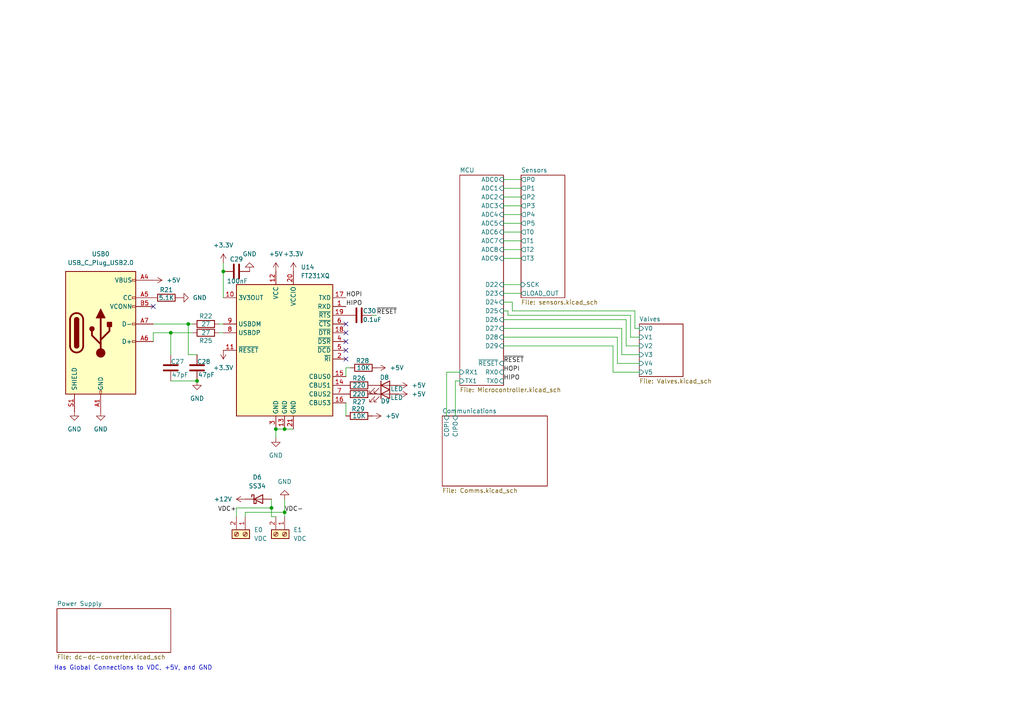
<source format=kicad_sch>
(kicad_sch (version 20250114) (generator "eeschema") (generator_version "9.0")
  (paper "A4")
  (lib_symbols
    (symbol "Connector:Screw_Terminal_01x02" (pin_names (offset 1.016) (hide yes))
      (property "Reference" "J" (at 0 2.54 0))
      (property "Value" "Screw_Terminal_01x02" (at 0 -5.08 0))
      (symbol "Screw_Terminal_01x02_1_1"
        (rectangle (start -1.27 1.27) (end 1.27 -3.81) (stroke (width 0.254)) (fill (type background)))
        (polyline (pts (xy -0.5334 0.3302) (xy 0.3302 -0.508)) (stroke (width 0.1524)))
        (polyline (pts (xy -0.5334 -2.2098) (xy 0.3302 -3.048)) (stroke (width 0.1524)))
        (polyline (pts (xy -0.3556 0.508) (xy 0.508 -0.3302)) (stroke (width 0.1524)))
        (polyline (pts (xy -0.3556 -2.032) (xy 0.508 -2.8702)) (stroke (width 0.1524)))
        (circle (center 0 0) (radius 0.635) (stroke (width 0.1524)))
        (circle (center 0 -2.54) (radius 0.635) (stroke (width 0.1524)))
        (pin passive line (at -5.08 0 0) (length 3.81) (name "Pin_1") (number "1"))
        (pin passive line (at -5.08 -2.54 0) (length 3.81) (name "Pin_2") (number "2"))
      )
    )
    (symbol "Connector:USB_C_Plug_USB2.0" (pin_names (offset 1.016))
      (property "Reference" "P" (at -10.16 19.05 0))
      (property "Value" "USB_C_Plug_USB2.0" (at 12.7 19.05 0))
      (symbol "USB_C_Plug_USB2.0_0_0"
        (rectangle (start -0.254 -17.78) (end 0.254 -16.764))
        (rectangle (start 10.16 15.494) (end 9.144 14.986))
        (rectangle (start 10.16 10.414) (end 9.144 9.906))
        (rectangle (start 10.16 7.874) (end 9.144 7.366))
        (rectangle (start 10.16 2.794) (end 9.144 2.286))
        (rectangle (start 10.16 -2.286) (end 9.144 -2.794))
      )
      (symbol "USB_C_Plug_USB2.0_0_1"
        (rectangle (start -10.16 17.78) (end 10.16 -17.78) (stroke (width 0.254)) (fill (type background)))
        (polyline (pts (xy -8.89 -3.81) (xy -8.89 3.81)) (stroke (width 0.508)))
        (rectangle (start -7.62 -3.81) (end -6.35 3.81) (stroke (width 0.254)) (fill (type outline)))
        (arc (start -7.62 3.81) (mid -6.985 4.4423) (end -6.35 3.81) (stroke (width 0.254)))
        (arc (start -7.62 3.81) (mid -6.985 4.4423) (end -6.35 3.81) (stroke (width 0.254)) (fill (type outline)))
        (arc (start -8.89 3.81) (mid -6.985 5.7067) (end -5.08 3.81) (stroke (width 0.508)))
        (arc (start -5.08 -3.81) (mid -6.985 -5.7067) (end -8.89 -3.81) (stroke (width 0.508)))
        (arc (start -6.35 -3.81) (mid -6.985 -4.4423) (end -7.62 -3.81) (stroke (width 0.254)))
        (arc (start -6.35 -3.81) (mid -6.985 -4.4423) (end -7.62 -3.81) (stroke (width 0.254)) (fill (type outline)))
        (polyline (pts (xy -5.08 3.81) (xy -5.08 -3.81)) (stroke (width 0.508)))
        (circle (center -2.54 1.143) (radius 0.635) (stroke (width 0.254)) (fill (type outline)))
        (polyline (pts (xy -1.27 4.318) (xy 0 6.858) (xy 1.27 4.318) (xy -1.27 4.318)) (stroke (width 0.254)) (fill (type outline)))
        (polyline (pts (xy 0 -2.032) (xy 2.54 0.508) (xy 2.54 1.778)) (stroke (width 0.508)))
        (polyline (pts (xy 0 -3.302) (xy -2.54 -0.762) (xy -2.54 0.508)) (stroke (width 0.508)))
        (polyline (pts (xy 0 -5.842) (xy 0 4.318)) (stroke (width 0.508)))
        (circle (center 0 -5.842) (radius 1.27) (fill (type outline)))
        (rectangle (start 1.905 1.778) (end 3.175 3.048) (stroke (width 0.254)) (fill (type outline)))
      )
      (symbol "USB_C_Plug_USB2.0_1_1"
        (pin passive line (at -7.62 -22.86 90) (length 5.08) (name "SHIELD") (number "S1"))
        (pin passive line (at 0 -22.86 90) (length 5.08) (name "GND") (number "A1"))
        (pin passive line (at 0 -22.86 90) (length 5.08) (hide yes) (name "GND") (number "A12"))
        (pin passive line (at 0 -22.86 90) (length 5.08) (hide yes) (name "GND") (number "B1"))
        (pin passive line (at 0 -22.86 90) (length 5.08) (hide yes) (name "GND") (number "B12"))
        (pin passive line (at 15.24 15.24 180) (length 5.08) (name "VBUS") (number "A4"))
        (pin passive line (at 15.24 15.24 180) (length 5.08) (hide yes) (name "VBUS") (number "A9"))
        (pin passive line (at 15.24 15.24 180) (length 5.08) (hide yes) (name "VBUS") (number "B4"))
        (pin passive line (at 15.24 15.24 180) (length 5.08) (hide yes) (name "VBUS") (number "B9"))
        (pin bidirectional line (at 15.24 10.16 180) (length 5.08) (name "CC") (number "A5"))
        (pin bidirectional line (at 15.24 7.62 180) (length 5.08) (name "VCONN") (number "B5"))
        (pin bidirectional line (at 15.24 2.54 180) (length 5.08) (name "D-") (number "A7"))
        (pin bidirectional line (at 15.24 -2.54 180) (length 5.08) (name "D+") (number "A6"))
      )
    )
    (symbol "Device:C" (pin_numbers (hide yes)) (pin_names (offset 0.254))
      (property "Reference" "C" (at 0.635 2.54 0))
      (property "Value" "C" (at 0.635 -2.54 0))
      (symbol "C_0_1"
        (polyline (pts (xy -2.032 0.762) (xy 2.032 0.762)) (stroke (width 0.508)))
        (polyline (pts (xy -2.032 -0.762) (xy 2.032 -0.762)) (stroke (width 0.508)))
      )
      (symbol "C_1_1"
        (pin passive line (at 0 3.81 270) (length 2.794) (name "~") (number "1"))
        (pin passive line (at 0 -3.81 90) (length 2.794) (name "~") (number "2"))
      )
    )
    (symbol "Device:LED" (pin_numbers (hide yes)) (pin_names (offset 1.016) (hide yes))
      (property "Reference" "D" (at 0 2.54 0))
      (property "Value" "LED" (at 0 -2.54 0))
      (symbol "LED_0_1"
        (polyline (pts (xy -3.048 -0.762) (xy -4.572 -2.286) (xy -3.81 -2.286) (xy -4.572 -2.286) (xy -4.572 -1.524)))
        (polyline (pts (xy -1.778 -0.762) (xy -3.302 -2.286) (xy -2.54 -2.286) (xy -3.302 -2.286) (xy -3.302 -1.524)))
        (polyline (pts (xy -1.27 0) (xy 1.27 0)))
        (polyline (pts (xy -1.27 -1.27) (xy -1.27 1.27)) (stroke (width 0.254)))
        (polyline (pts (xy 1.27 -1.27) (xy 1.27 1.27) (xy -1.27 0) (xy 1.27 -1.27)) (stroke (width 0.254)))
      )
      (symbol "LED_1_1"
        (pin passive line (at -3.81 0 0) (length 2.54) (name "K") (number "1"))
        (pin passive line (at 3.81 0 180) (length 2.54) (name "A") (number "2"))
      )
    )
    (symbol "Device:R" (pin_numbers (hide yes)) (pin_names (offset 0))
      (property "Reference" "R" (at 2.032 0 90))
      (property "Value" "R" (at 0 0 90))
      (symbol "R_0_1"
        (rectangle (start -1.016 -2.54) (end 1.016 2.54) (stroke (width 0.254)))
      )
      (symbol "R_1_1"
        (pin passive line (at 0 3.81 270) (length 1.27) (name "~") (number "1"))
        (pin passive line (at 0 -3.81 90) (length 1.27) (name "~") (number "2"))
      )
    )
    (symbol "Diode:SS34" (pin_numbers (hide yes)) (pin_names (offset 1.016) (hide yes))
      (property "Reference" "D" (at 0 2.54 0))
      (property "Value" "SS34" (at 0 -2.54 0))
      (symbol "SS34_0_1"
        (polyline (pts (xy -1.905 0.635) (xy -1.905 1.27) (xy -1.27 1.27) (xy -1.27 -1.27) (xy -0.635 -1.27) (xy -0.635 -0.635)) (stroke (width 0.254)))
        (polyline (pts (xy 1.27 1.27) (xy 1.27 -1.27) (xy -1.27 0) (xy 1.27 1.27)) (stroke (width 0.254)))
        (polyline (pts (xy 1.27 0) (xy -1.27 0)))
      )
      (symbol "SS34_1_1"
        (pin passive line (at -3.81 0 0) (length 2.54) (name "K") (number "1"))
        (pin passive line (at 3.81 0 180) (length 2.54) (name "A") (number "2"))
      )
    )
    (symbol "Interface_USB:FT231XQ"
      (property "Reference" "U" (at -13.97 20.32 0))
      (property "Value" "FT231XQ" (at 6.35 20.32 0))
      (symbol "FT231XQ_0_1"
        (rectangle (start -13.97 19.05) (end 13.97 -19.05) (stroke (width 0.254)) (fill (type background)))
      )
      (symbol "FT231XQ_1_1"
        (pin power_out line (at -17.78 15.24 0) (length 3.81) (name "3V3OUT") (number "10"))
        (pin bidirectional line (at -17.78 7.62 0) (length 3.81) (name "USBDM") (number "9"))
        (pin bidirectional line (at -17.78 5.08 0) (length 3.81) (name "USBDP") (number "8"))
        (pin input line (at -17.78 0 0) (length 3.81) (name "~{RESET}") (number "11"))
        (pin power_in line (at -2.54 22.86 270) (length 3.81) (name "VCC") (number "12"))
        (pin power_in line (at -2.54 -22.86 90) (length 3.81) (name "GND") (number "3"))
        (pin power_in line (at 0 -22.86 90) (length 3.81) (name "GND") (number "13"))
        (pin power_in line (at 2.54 22.86 270) (length 3.81) (name "VCCIO") (number "20"))
        (pin power_in line (at 2.54 -22.86 90) (length 3.81) (name "GND") (number "21"))
        (pin output line (at 17.78 15.24 180) (length 3.81) (name "TXD") (number "17"))
        (pin input line (at 17.78 12.7 180) (length 3.81) (name "RXD") (number "1"))
        (pin output line (at 17.78 10.16 180) (length 3.81) (name "~{RTS}") (number "19"))
        (pin input line (at 17.78 7.62 180) (length 3.81) (name "~{CTS}") (number "6"))
        (pin output line (at 17.78 5.08 180) (length 3.81) (name "~{DTR}") (number "18"))
        (pin input line (at 17.78 2.54 180) (length 3.81) (name "~{DSR}") (number "4"))
        (pin input line (at 17.78 0 180) (length 3.81) (name "~{DCD}") (number "5"))
        (pin input line (at 17.78 -2.54 180) (length 3.81) (name "~{RI}") (number "2"))
        (pin bidirectional line (at 17.78 -7.62 180) (length 3.81) (name "CBUS0") (number "15"))
        (pin bidirectional line (at 17.78 -10.16 180) (length 3.81) (name "CBUS1") (number "14"))
        (pin bidirectional line (at 17.78 -12.7 180) (length 3.81) (name "CBUS2") (number "7"))
        (pin bidirectional line (at 17.78 -15.24 180) (length 3.81) (name "CBUS3") (number "16"))
      )
    )
    (symbol "power:+12V" (power) (pin_numbers (hide yes)) (pin_names (offset 0) (hide yes))
      (property "Value" "+12V" (at 0 3.556 0))
      (symbol "+12V_0_1"
        (polyline (pts (xy -0.762 1.27) (xy 0 2.54)))
        (polyline (pts (xy 0 2.54) (xy 0.762 1.27)))
        (polyline (pts (xy 0 0) (xy 0 2.54)))
      )
      (symbol "+12V_1_1"
        (pin power_in line (at 0 0 90) (length 0) (name "~") (number "1"))
      )
    )
    (symbol "power:+3.3V" (power) (pin_numbers (hide yes)) (pin_names (offset 0) (hide yes))
      (property "Value" "+3.3V" (at 0 3.556 0))
      (symbol "+3.3V_0_1"
        (polyline (pts (xy -0.762 1.27) (xy 0 2.54)))
        (polyline (pts (xy 0 2.54) (xy 0.762 1.27)))
        (polyline (pts (xy 0 0) (xy 0 2.54)))
      )
      (symbol "+3.3V_1_1"
        (pin power_in line (at 0 0 90) (length 0) (name "~") (number "1"))
      )
    )
    (symbol "power:+5V" (power) (pin_numbers (hide yes)) (pin_names (offset 0) (hide yes))
      (property "Value" "+5V" (at 0 3.556 0))
      (symbol "+5V_0_1"
        (polyline (pts (xy -0.762 1.27) (xy 0 2.54)))
        (polyline (pts (xy 0 2.54) (xy 0.762 1.27)))
        (polyline (pts (xy 0 0) (xy 0 2.54)))
      )
      (symbol "+5V_1_1"
        (pin power_in line (at 0 0 90) (length 0) (name "~") (number "1"))
      )
    )
    (symbol "power:GND" (power) (pin_numbers (hide yes)) (pin_names (offset 0) (hide yes))
      (property "Value" "GND" (at 0 -3.81 0))
      (symbol "GND_0_1"
        (polyline (pts (xy 0 0) (xy 0 -1.27) (xy 1.27 -1.27) (xy 0 -2.54) (xy -1.27 -1.27) (xy 0 -1.27)))
      )
      (symbol "GND_1_1"
        (pin power_in line (at 0 0 270) (length 0) (name "~") (number "1"))
      )
    )
  )
  (text "Has Global Connections to VDC, +5V, and GND" (at 38.608 193.802 0) (effects (font (size 1.27 1.27))))
  (junction (at 82.55 148.59))
  (junction (at 57.15 110.49))
  (junction (at 78.74 147.32))
  (junction (at 54.61 93.98))
  (junction (at 80.01 124.46))
  (junction (at 64.77 78.74))
  (junction (at 82.55 124.46))
  (junction (at 49.53 96.52))
  (no_connect (at 100.33 101.6))
  (no_connect (at 100.33 93.98))
  (no_connect (at 100.33 96.52))
  (no_connect (at 100.33 104.14))
  (no_connect (at 44.45 88.9))
  (no_connect (at 100.33 99.06))
  (wire (pts (xy 146.05 59.69) (xy 151.13 59.69)))
  (wire (pts (xy 147.32 90.17) (xy 147.32 91.44)))
  (wire (pts (xy 78.74 147.32) (xy 78.74 144.78)))
  (wire (pts (xy 101.6 106.68) (xy 100.33 106.68)))
  (wire (pts (xy 80.01 124.46) (xy 82.55 124.46)))
  (wire (pts (xy 146.05 62.23) (xy 151.13 62.23)))
  (wire (pts (xy 182.88 91.44) (xy 182.88 97.79)))
  (wire (pts (xy 80.01 124.46) (xy 80.01 127)))
  (wire (pts (xy 179.07 105.41) (xy 185.42 105.41)))
  (wire (pts (xy 180.34 102.87) (xy 185.42 102.87)))
  (wire (pts (xy 181.61 92.71) (xy 181.61 100.33)))
  (wire (pts (xy 146.05 74.93) (xy 151.13 74.93)))
  (wire (pts (xy 146.05 69.85) (xy 151.13 69.85)))
  (wire (pts (xy 129.54 107.95) (xy 133.35 107.95)))
  (wire (pts (xy 44.45 96.52) (xy 49.53 96.52)))
  (wire (pts (xy 57.15 102.87) (xy 54.61 102.87)))
  (wire (pts (xy 82.55 124.46) (xy 85.09 124.46)))
  (wire (pts (xy 146.05 97.79) (xy 179.07 97.79)))
  (wire (pts (xy 146.05 90.17) (xy 147.32 90.17)))
  (wire (pts (xy 184.15 95.25) (xy 185.42 95.25)))
  (wire (pts (xy 146.05 54.61) (xy 151.13 54.61)))
  (wire (pts (xy 64.77 76.2) (xy 64.77 78.74)))
  (wire (pts (xy 146.05 72.39) (xy 151.13 72.39)))
  (wire (pts (xy 49.53 96.52) (xy 49.53 102.87)))
  (wire (pts (xy 146.05 95.25) (xy 180.34 95.25)))
  (wire (pts (xy 146.05 85.09) (xy 151.13 85.09)))
  (wire (pts (xy 146.05 92.71) (xy 181.61 92.71)))
  (wire (pts (xy 146.05 57.15) (xy 151.13 57.15)))
  (wire (pts (xy 177.8 100.33) (xy 177.8 107.95)))
  (wire (pts (xy 64.77 78.74) (xy 64.77 86.36)))
  (wire (pts (xy 68.58 149.86) (xy 68.58 147.32)))
  (wire (pts (xy 184.15 90.17) (xy 184.15 95.25)))
  (wire (pts (xy 44.45 93.98) (xy 54.61 93.98)))
  (wire (pts (xy 82.55 149.86) (xy 82.55 148.59)))
  (wire (pts (xy 100.33 106.68) (xy 100.33 109.22)))
  (wire (pts (xy 133.35 110.49) (xy 132.08 110.49)))
  (wire (pts (xy 49.53 110.49) (xy 57.15 110.49)))
  (wire (pts (xy 78.74 149.86) (xy 78.74 147.32)))
  (wire (pts (xy 63.5 93.98) (xy 64.77 93.98)))
  (wire (pts (xy 78.74 149.86) (xy 80.01 149.86)))
  (wire (pts (xy 49.53 96.52) (xy 55.88 96.52)))
  (wire (pts (xy 44.45 99.06) (xy 44.45 96.52)))
  (wire (pts (xy 129.54 120.65) (xy 129.54 107.95)))
  (wire (pts (xy 181.61 100.33) (xy 185.42 100.33)))
  (wire (pts (xy 82.55 148.59) (xy 82.55 144.78)))
  (wire (pts (xy 132.08 110.49) (xy 132.08 120.65)))
  (wire (pts (xy 54.61 102.87) (xy 54.61 93.98)))
  (wire (pts (xy 177.8 107.95) (xy 185.42 107.95)))
  (wire (pts (xy 100.33 116.84) (xy 100.33 120.65)))
  (wire (pts (xy 147.32 91.44) (xy 182.88 91.44)))
  (wire (pts (xy 71.12 148.59) (xy 82.55 148.59)))
  (wire (pts (xy 146.05 87.63) (xy 148.59 87.63)))
  (wire (pts (xy 180.34 95.25) (xy 180.34 102.87)))
  (wire (pts (xy 71.12 149.86) (xy 71.12 148.59)))
  (wire (pts (xy 148.59 90.17) (xy 184.15 90.17)))
  (wire (pts (xy 68.58 147.32) (xy 78.74 147.32)))
  (wire (pts (xy 179.07 97.79) (xy 179.07 105.41)))
  (wire (pts (xy 146.05 64.77) (xy 151.13 64.77)))
  (wire (pts (xy 146.05 67.31) (xy 151.13 67.31)))
  (wire (pts (xy 148.59 87.63) (xy 148.59 90.17)))
  (wire (pts (xy 146.05 100.33) (xy 177.8 100.33)))
  (wire (pts (xy 146.05 82.55) (xy 151.13 82.55)))
  (wire (pts (xy 107.95 91.44) (xy 109.22 91.44)))
  (wire (pts (xy 54.61 93.98) (xy 55.88 93.98)))
  (wire (pts (xy 63.5 96.52) (xy 64.77 96.52)))
  (wire (pts (xy 182.88 97.79) (xy 185.42 97.79)))
  (wire (pts (xy 146.05 52.07) (xy 151.13 52.07)))
  (label "HOPI" (at 100.33 86.36 0))
  (label "~{RESET}" (at 146.05 105.41 0))
  (label "HIPO" (at 100.33 88.9 0))
  (label "~{RESET}" (at 109.22 91.44 0))
  (label "HOPI" (at 146.05 107.95 0))
  (label "VDC+" (at 68.58 148.59 180))
  (label "VDC-" (at 82.55 148.59 0))
  (label "HIPO" (at 146.05 110.49 0))
  (symbol (lib_id "Device:R") (at 104.14 111.76 270) (unit 1)
    (property "Reference" "R26" (at 104.14 109.728 90))
    (property "Value" "220" (at 104.14 111.76 90))
    (property "Footprint" "Resistor_SMD:R_0603_1608Metric_Pad0.98x0.95mm_HandSolder" (effects (hide yes)))
    (property "Description" "Resistor" (effects (hide yes)))
  )
  (symbol (lib_id "Interface_USB:FT231XQ") (at 82.55 101.6 0) (unit 1)
    (property "Reference" "U14" (at 87.2333 77.47 0) (effects (justify left)))
    (property "Value" "FT231XQ" (at 87.2333 80.01 0) (effects (justify left)))
    (property "Footprint" "Package_DFN_QFN:QFN-20-1EP_4x4mm_P0.5mm_EP2.5x2.5mm" (effects (hide yes)))
    (property "Datasheet" "https://www.ftdichip.com/Support/Documents/DataSheets/ICs/DS_FT231X.pdf" (effects (hide yes)))
    (property "Description" "Full Speed USB to Full Handshake UART, QFN-20" (effects (hide yes)))
  )
  (symbol (lib_id "Device:C") (at 68.58 78.74 90) (unit 1)
    (property "Reference" "C29" (at 68.58 75.184 90))
    (property "Value" "100nF" (at 68.834 81.534 90))
    (property "Footprint" "Capacitor_SMD:C_0603_1608Metric_Pad1.08x0.95mm_HandSolder" (effects (hide yes)))
    (property "Description" "Unpolarized capacitor" (effects (hide yes)))
  )
  (symbol (lib_id "power:GND") (at 21.59 119.38 0) (unit 1)
    (property "Reference" "#PWR089" (effects (hide yes)))
    (property "Value" "GND" (at 21.59 124.46 0))
    (property "Description" "Power symbol creates a global label with name \"GND\" , ground" (effects (hide yes)))
  )
  (symbol (lib_id "power:+3.3V") (at 85.09 78.74 0) (unit 1)
    (property "Reference" "#PWR0100" (effects (hide yes)))
    (property "Value" "+3.3V" (at 85.09 73.66 0))
    (property "Description" "Power symbol creates a global label with name \"+3.3V\"" (effects (hide yes)))
  )
  (symbol (lib_id "Device:R") (at 59.69 93.98 90) (unit 1)
    (property "Reference" "R22" (at 59.69 91.694 90))
    (property "Value" "27" (at 59.69 93.98 90))
    (property "Footprint" "Resistor_SMD:R_0603_1608Metric_Pad0.98x0.95mm_HandSolder" (effects (hide yes)))
    (property "Description" "Resistor" (effects (hide yes)))
  )
  (symbol (lib_id "Device:C") (at 49.53 106.68 0) (unit 1)
    (property "Reference" "C27" (at 49.53 104.902 0) (effects (justify left)))
    (property "Value" "47pF" (at 49.784 108.712 0) (effects (justify left)))
    (property "Footprint" "Capacitor_SMD:C_0603_1608Metric_Pad1.08x0.95mm_HandSolder" (effects (hide yes)))
    (property "Description" "Unpolarized capacitor" (effects (hide yes)))
  )
  (symbol (lib_id "Device:R") (at 59.69 96.52 90) (unit 1)
    (property "Reference" "R25" (at 59.69 98.806 90))
    (property "Value" "27" (at 59.69 96.52 90))
    (property "Footprint" "Resistor_SMD:R_0603_1608Metric_Pad0.98x0.95mm_HandSolder" (effects (hide yes)))
    (property "Description" "Resistor" (effects (hide yes)))
  )
  (symbol (lib_id "Device:C") (at 57.15 106.68 0) (unit 1)
    (property "Reference" "C28" (at 57.15 104.902 0) (effects (justify left)))
    (property "Value" "47pF" (at 57.404 108.712 0) (effects (justify left)))
    (property "Footprint" "Capacitor_SMD:C_0603_1608Metric_Pad1.08x0.95mm_HandSolder" (effects (hide yes)))
    (property "Description" "Unpolarized capacitor" (effects (hide yes)))
  )
  (symbol (lib_id "power:+5V") (at 80.01 78.74 0) (unit 1)
    (property "Reference" "#PWR098" (effects (hide yes)))
    (property "Value" "+5V" (at 80.01 73.66 0))
    (property "Description" "Power symbol creates a global label with name \"+5V\"" (effects (hide yes)))
  )
  (symbol (lib_id "Device:LED") (at 111.76 111.76 0) (unit 1)
    (property "Reference" "D8" (at 111.506 109.474 0))
    (property "Value" "LED" (at 115.062 112.776 0))
    (property "Footprint" "LED_SMD:LED_0603_1608Metric" (effects (hide yes)))
    (property "Description" "Light emitting diode" (effects (hide yes)))
    (property "Sim.Pins" "1=K 2=A" (effects (hide yes)))
  )
  (symbol (lib_id "power:+5V") (at 44.45 81.28 270) (unit 1)
    (property "Reference" "#PWR087" (effects (hide yes)))
    (property "Value" "+5V" (at 48.26 81.2799 90) (effects (justify left)))
    (property "Description" "Power symbol creates a global label with name \"+5V\"" (effects (hide yes)))
  )
  (symbol (lib_id "power:GND") (at 52.07 86.36 90) (unit 1)
    (property "Reference" "#PWR095" (effects (hide yes)))
    (property "Value" "GND" (at 55.88 86.3599 90) (effects (justify right)))
    (property "Description" "Power symbol creates a global label with name \"GND\" , ground" (effects (hide yes)))
  )
  (symbol (lib_id "Diode:SS34") (at 74.93 144.78 0) (unit 1)
    (property "Reference" "D6" (at 74.6125 138.43 0))
    (property "Value" "SS34" (at 74.6125 140.97 0))
    (property "Footprint" "Diode_SMD:D_SMA" (effects (hide yes)))
    (property "Datasheet" "https://www.vishay.com/docs/88751/ss32.pdf" (effects (hide yes)))
    (property "Description" "40V 3A Schottky Diode, SMA" (effects (hide yes)))
  )
  (symbol (lib_id "power:GND") (at 82.55 144.78 180) (unit 1)
    (property "Reference" "#PWR0114" (effects (hide yes)))
    (property "Value" "GND" (at 82.55 139.7 0))
    (property "Description" "Power symbol creates a global label with name \"GND\" , ground" (effects (hide yes)))
  )
  (symbol (lib_id "Device:LED") (at 111.76 114.3 0) (unit 1)
    (property "Reference" "D9" (at 111.76 116.332 0))
    (property "Value" "LED" (at 115.062 115.316 0))
    (property "Footprint" "LED_SMD:LED_0603_1608Metric" (effects (hide yes)))
    (property "Description" "Light emitting diode" (effects (hide yes)))
    (property "Sim.Pins" "1=K 2=A" (effects (hide yes)))
  )
  (symbol (lib_id "Device:R") (at 105.41 106.68 90) (unit 1)
    (property "Reference" "R28" (at 105.156 104.648 90))
    (property "Value" "10K" (at 105.41 106.68 90))
    (property "Footprint" "Resistor_SMD:R_0603_1608Metric_Pad0.98x0.95mm_HandSolder" (effects (hide yes)))
    (property "Description" "Resistor" (effects (hide yes)))
  )
  (symbol (lib_id "power:+5V") (at 109.22 106.68 270) (unit 1)
    (property "Reference" "#PWR0105" (effects (hide yes)))
    (property "Value" "+5V" (at 113.03 106.6799 90) (effects (justify left)))
    (property "Description" "Power symbol creates a global label with name \"+5V\"" (effects (hide yes)))
  )
  (symbol (lib_id "Connector:Screw_Terminal_01x02") (at 82.55 154.94 270) (unit 1)
    (property "Reference" "E1" (at 85.09 153.6699 90) (effects (justify left)))
    (property "Value" "VDC" (at 85.09 156.2099 90) (effects (justify left)))
    (property "Footprint" "TerminalBlock:TerminalBlock_bornier-2_P5.08mm" (effects (hide yes)))
    (property "Description" "Generic screw terminal, single row, 01x02, script generated (kicad-library-utils/schlib/autogen/connector/)" (effects (hide yes)))
  )
  (symbol (lib_id "power:+3.3V") (at 64.77 101.6 180) (unit 1)
    (property "Reference" "#PWR0101" (effects (hide yes)))
    (property "Value" "+3.3V" (at 64.77 106.68 0))
    (property "Description" "Power symbol creates a global label with name \"+3.3V\"" (effects (hide yes)))
  )
  (symbol (lib_id "Device:R") (at 48.26 86.36 270) (unit 1)
    (property "Reference" "R21" (at 48.26 84.074 90))
    (property "Value" "5.1K" (at 48.26 86.36 90))
    (property "Footprint" "Resistor_SMD:R_0603_1608Metric_Pad0.98x0.95mm_HandSolder" (effects (hide yes)))
    (property "Description" "Resistor" (effects (hide yes)))
  )
  (symbol (lib_id "power:+12V") (at 71.12 144.78 90) (unit 1)
    (property "Reference" "#PWR0115" (effects (hide yes)))
    (property "Value" "+12V" (at 67.31 144.7799 90) (effects (justify left)))
    (property "Description" "Power symbol creates a global label with name \"+12V\"" (effects (hide yes)))
  )
  (symbol (lib_id "power:+5V") (at 107.95 120.65 270) (unit 1)
    (property "Reference" "#PWR0106" (effects (hide yes)))
    (property "Value" "+5V" (at 111.76 120.6499 90) (effects (justify left)))
    (property "Description" "Power symbol creates a global label with name \"+5V\"" (effects (hide yes)))
  )
  (symbol (lib_id "power:GND") (at 80.01 127 0) (unit 1)
    (property "Reference" "#PWR097" (effects (hide yes)))
    (property "Value" "GND" (at 80.01 132.08 0))
    (property "Description" "Power symbol creates a global label with name \"GND\" , ground" (effects (hide yes)))
  )
  (symbol (lib_id "power:+3.3V") (at 64.77 76.2 0) (unit 1)
    (property "Reference" "#PWR099" (effects (hide yes)))
    (property "Value" "+3.3V" (at 64.77 71.12 0))
    (property "Description" "Power symbol creates a global label with name \"+3.3V\"" (effects (hide yes)))
  )
  (symbol (lib_id "Device:R") (at 104.14 114.3 90) (unit 1)
    (property "Reference" "R27" (at 104.14 116.586 90))
    (property "Value" "220" (at 104.14 114.3 90))
    (property "Footprint" "Resistor_SMD:R_0603_1608Metric_Pad0.98x0.95mm_HandSolder" (effects (hide yes)))
    (property "Description" "Resistor" (effects (hide yes)))
  )
  (symbol (lib_id "power:+5V") (at 115.57 111.76 270) (unit 1)
    (property "Reference" "#PWR0103" (effects (hide yes)))
    (property "Value" "+5V" (at 119.38 111.7599 90) (effects (justify left)))
    (property "Description" "Power symbol creates a global label with name \"+5V\"" (effects (hide yes)))
  )
  (symbol (lib_id "power:GND") (at 57.15 110.49 0) (unit 1)
    (property "Reference" "#PWR096" (effects (hide yes)))
    (property "Value" "GND" (at 57.15 115.57 0))
    (property "Description" "Power symbol creates a global label with name \"GND\" , ground" (effects (hide yes)))
  )
  (symbol (lib_id "power:+5V") (at 115.57 114.3 270) (unit 1)
    (property "Reference" "#PWR0104" (effects (hide yes)))
    (property "Value" "+5V" (at 119.38 114.2999 90) (effects (justify left)))
    (property "Description" "Power symbol creates a global label with name \"+5V\"" (effects (hide yes)))
  )
  (symbol (lib_id "power:GND") (at 29.21 119.38 0) (unit 1)
    (property "Reference" "#PWR088" (effects (hide yes)))
    (property "Value" "GND" (at 29.21 124.46 0))
    (property "Description" "Power symbol creates a global label with name \"GND\" , ground" (effects (hide yes)))
  )
  (symbol (lib_id "Connector:Screw_Terminal_01x02") (at 71.12 154.94 270) (unit 1)
    (property "Reference" "E0" (at 73.66 153.6699 90) (effects (justify left)))
    (property "Value" "VDC" (at 73.66 156.2099 90) (effects (justify left)))
    (property "Footprint" "TerminalBlock:TerminalBlock_bornier-2_P5.08mm" (effects (hide yes)))
    (property "Description" "Generic screw terminal, single row, 01x02, script generated (kicad-library-utils/schlib/autogen/connector/)" (effects (hide yes)))
  )
  (symbol (lib_id "Connector:USB_C_Plug_USB2.0") (at 29.21 96.52 0) (unit 1)
    (property "Reference" "USB0" (at 29.21 73.66 0))
    (property "Value" "USB_C_Plug_USB2.0" (at 29.21 76.2 0))
    (property "Footprint" "Connector_USB:USB_C_Receptacle_Amphenol_12401610E4-2A" (effects (hide yes)))
    (property "Datasheet" "https://www.usb.org/sites/default/files/documents/usb_type-c.zip" (effects (hide yes)))
    (property "Description" "USB 2.0-only Type-C Plug connector" (effects (hide yes)))
  )
  (symbol (lib_id "Device:R") (at 104.14 120.65 90) (unit 1)
    (property "Reference" "R29" (at 103.886 118.618 90))
    (property "Value" "10K" (at 104.14 120.65 90))
    (property "Footprint" "Resistor_SMD:R_0603_1608Metric_Pad0.98x0.95mm_HandSolder" (effects (hide yes)))
    (property "Description" "Resistor" (effects (hide yes)))
  )
  (symbol (lib_id "Device:C") (at 104.14 91.44 90) (unit 1)
    (property "Reference" "C30" (at 107.188 90.17 90))
    (property "Value" "0.1uF" (at 107.95 92.71 90))
    (property "Footprint" "Capacitor_SMD:C_0603_1608Metric_Pad1.08x0.95mm_HandSolder" (effects (hide yes)))
    (property "Description" "Unpolarized capacitor" (effects (hide yes)))
  )
  (symbol (lib_id "power:GND") (at 72.39 78.74 180) (unit 1)
    (property "Reference" "#PWR0102" (effects (hide yes)))
    (property "Value" "GND" (at 72.39 73.66 0))
    (property "Description" "Power symbol creates a global label with name \"GND\" , ground" (effects (hide yes)))
  )
  (sheet (at 185.42 93.98) (size 12.7 15.24) (stroke (width 0.1524))
    (property "Sheetname" "Valves" (at 185.42 93.2684 0) (effects (justify left bottom)))
    (property "Sheetfile" "Valves.kicad_sch" (at 185.42 109.8046 0) (effects (justify left top)))
    (pin "V0" input (at 185.42 95.25 180))
    (pin "V1" input (at 185.42 97.79 180))
    (pin "V2" input (at 185.42 100.33 180))
    (pin "V3" input (at 185.42 102.87 180))
    (pin "V4" input (at 185.42 105.41 180))
    (pin "V5" input (at 185.42 107.95 180))
  )
  (sheet (at 128.27 120.65) (size 30.48 20.32) (stroke (width 0.1524))
    (property "Sheetname" "Communications" (at 128.27 119.9384 0) (effects (justify left bottom)))
    (property "Sheetfile" "Comms.kicad_sch" (at 128.27 141.5546 0) (effects (justify left top)))
    (pin "CIPO" input (at 132.08 120.65 90))
    (pin "COPI" input (at 129.54 120.65 90))
  )
  (sheet (at 133.35 50.8) (size 12.7 60.96) (stroke (width 0.1524))
    (property "Sheetname" "MCU" (at 133.35 50.0884 0) (effects (justify left bottom)))
    (property "Sheetfile" "Microcontroller.kicad_sch" (at 133.35 112.3446 0) (effects (justify left top)))
    (pin "ADC0" input (at 146.05 52.07 0))
    (pin "ADC1" input (at 146.05 54.61 0))
    (pin "ADC2" input (at 146.05 57.15 0))
    (pin "ADC3" input (at 146.05 59.69 0))
    (pin "ADC4" input (at 146.05 62.23 0))
    (pin "ADC5" input (at 146.05 64.77 0))
    (pin "ADC6" input (at 146.05 67.31 0))
    (pin "ADC7" input (at 146.05 69.85 0))
    (pin "ADC8" input (at 146.05 72.39 0))
    (pin "ADC9" input (at 146.05 74.93 0))
    (pin "D22" input (at 146.05 82.55 0))
    (pin "D23" input (at 146.05 85.09 0))
    (pin "D24" input (at 146.05 87.63 0))
    (pin "D25" input (at 146.05 90.17 0))
    (pin "D26" input (at 146.05 92.71 0))
    (pin "D27" input (at 146.05 95.25 0))
    (pin "D28" input (at 146.05 97.79 0))
    (pin "D29" input (at 146.05 100.33 0))
    (pin "RX0" input (at 146.05 107.95 0))
    (pin "RX1" input (at 133.35 107.95 180))
    (pin "TX0" input (at 146.05 110.49 0))
    (pin "TX1" input (at 133.35 110.49 180))
    (pin "~{RESET}" input (at 146.05 105.41 0))
  )
  (sheet (at 16.51 176.53) (size 33.02 12.7) (stroke (width 0.1524))
    (property "Sheetname" "Power Supply" (at 16.51 175.8184 0) (effects (justify left bottom)))
    (property "Sheetfile" "dc-dc-converter.kicad_sch" (at 16.51 189.8146 0) (effects (justify left top)))
  )
  (sheet (at 151.13 50.8) (size 12.7 35.56) (stroke (width 0.1524))
    (property "Sheetname" "Sensors" (at 151.13 50.0884 0) (effects (justify left bottom)))
    (property "Sheetfile" "sensors.kicad_sch" (at 151.13 86.9446 0) (effects (justify left top)))
    (pin "LOAD_OUT" output (at 151.13 85.09 180))
    (pin "P0" output (at 151.13 52.07 180))
    (pin "P1" output (at 151.13 54.61 180))
    (pin "P2" output (at 151.13 57.15 180))
    (pin "P3" output (at 151.13 59.69 180))
    (pin "P4" output (at 151.13 62.23 180))
    (pin "SCK" input (at 151.13 82.55 180))
    (pin "T0" output (at 151.13 67.31 180))
    (pin "T1" output (at 151.13 69.85 180))
    (pin "T2" output (at 151.13 72.39 180))
    (pin "T3" output (at 151.13 74.93 180))
    (pin "P5" output (at 151.13 64.77 180))
  )
)
</source>
